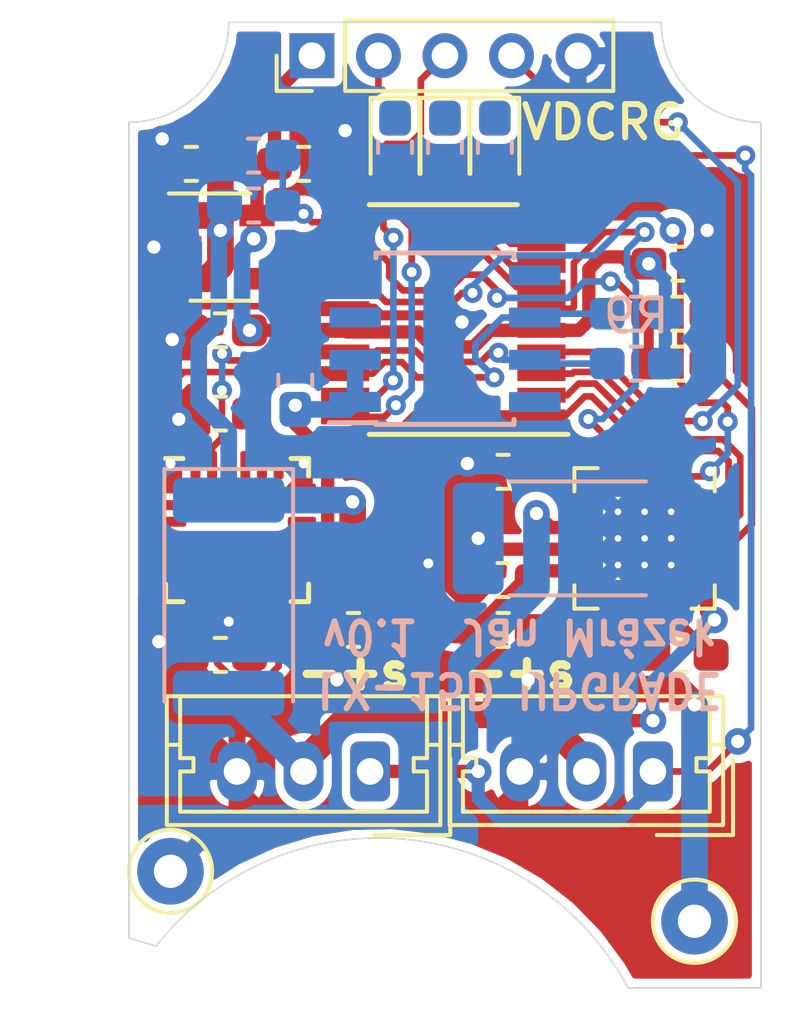
<source format=kicad_pcb>
(kicad_pcb (version 20171130) (host pcbnew 5.1.0-060a0da~80~ubuntu18.04.1)
  (layers (0 F.Cu signal) (31 B.Cu signal) (34 B.Paste user) (35 F.Paste user) (36 B.SilkS user) (37 F.SilkS user) (38 B.Mask user) (39 F.Mask user) (44 Edge.Cuts user))
  (net 0 "")
  (net 1 MODE1)
  (net 2 FAULT)
  (net 3 "Net-(R3-Pad2)")
  (net 4 "Net-(C2-Pad2)")
  (net 5 GND)
  (net 6 "Net-(C1-Pad1)")
  (net 7 "Net-(C1-Pad2)")
  (net 8 VCC)
  (net 9 "Net-(R2-Pad2)")
  (net 10 "Net-(R1-Pad1)")
  (net 11 ENABLE)
  (net 12 PWR)
  (net 13 PHASE)
  (net 14 "Net-(U2-Pad8)")
  (net 15 SCL)
  (net 16 "Net-(U2-Pad3)")
  (net 17 SDA)
  (net 18 "Net-(C8-Pad2)")
  (net 19 MPU-INT)
  (net 20 "Net-(C9-Pad1)")
  (net 21 "Net-(U3-Pad7)")
  (net 22 "Net-(U3-Pad6)")
  (net 23 SWCLK)
  (net 24 SWDIO)
  (net 25 +3V3)
  (net 26 CUR)
  (net 27 TX-RX)
  (net 28 BUS_VOLT)
  (net 29 RESET)
  (net 30 "Net-(D2-Pad2)")
  (net 31 "Net-(D2-Pad1)")
  (net 32 "Net-(D3-Pad2)")
  (net 33 "Net-(D3-Pad1)")
  (net 34 "Net-(D4-Pad2)")
  (net 35 "Net-(D4-Pad1)")
  (net 36 "Net-(D1-Pad2)")
  (net 37 "Net-(U2-Pad5)")
  (net 38 "Net-(U3-Pad11)")
  (net 39 /M+)
  (net 40 /M-)
  (module Capacitor_SMD:C_0603_1608Metric_Pad1.05x0.95mm_HandSolder (layer F.Cu) (at 143.25 99.75)
    (fp_text reference C11 hide)
    (fp_text value 100n)
    (pad 2 smd roundrect (at 0.875 0) (size 1.05 0.95) (layers F.Cu F.Paste F.Mask) (net 25 +3V3))
    (pad 1 smd roundrect (at -0.875 0) (size 1.05 0.95) (layers F.Cu F.Paste F.Mask) (net 5 GND))
  )
  (module Diode_SMD:D_2512_6332Metric (layer B.Cu) (at 143.5 107.75 270)
    (fp_text reference D1 hide)
    (fp_text value VS-30BQ015HM3)
    (pad 2 smd roundrect (at 2.9 0 270) (size 1.35 3.35) (layers B.Cu B.Paste B.Mask) (roundrect_rratio 0.185185) (net 36 "Net-(D1-Pad2)"))
    (pad 1 smd roundrect (at -2.9 0 270) (size 1.35 3.35) (layers B.Cu B.Paste B.Mask) (roundrect_rratio 0.185185) (net 8 VCC))
  )
  (module Package_TO_SOT_SMD:SOT-23-5 (layer F.Cu) (at 143.25 97.25)
    (fp_text reference U5 hide)
    (fp_text value AP7383-W5-3V3)
    (pad 5 smd rect (at 1.1 -0.95) (size 1.06 0.65) (layers F.Cu F.Paste F.Mask) (net 25 +3V3))
    (pad 4 smd rect (at 1.1 0.95) (size 1.06 0.65) (layers F.Cu F.Paste F.Mask))
    (pad 3 smd rect (at -1.1 0.95) (size 1.06 0.65) (layers F.Cu F.Paste F.Mask) (net 8 VCC))
    (pad 2 smd rect (at -1.1 0) (size 1.06 0.65) (layers F.Cu F.Paste F.Mask) (net 5 GND))
    (pad 1 smd rect (at -1.1 -0.95) (size 1.06 0.65) (layers F.Cu F.Paste F.Mask) (net 8 VCC))
  )
  (module Resistor_SMD:R_0603_1608Metric_Pad1.05x0.95mm_HandSolder (layer B.Cu) (at 155.75 99.25 180)
    (fp_text reference R10 hide)
    (fp_text value 3k3)
    (pad 2 smd roundrect (at 0.875 0 180) (size 1.05 0.95) (layers B.Cu B.Paste B.Mask) (net 17 SDA))
    (pad 1 smd roundrect (at -0.875 0 180) (size 1.05 0.95) (layers B.Cu B.Paste B.Mask) (net 25 +3V3))
  )
  (module Resistor_SMD:R_0603_1608Metric_Pad1.05x0.95mm_HandSolder (layer B.Cu) (at 155.75 100.75 180)
    (fp_text reference R9 (at 0 1.43 180) (layer B.SilkS) (effects (justify mirror)))
    (fp_text value 3k3)
    (pad 2 smd roundrect (at 0.875 0 180) (size 1.05 0.95) (layers B.Cu B.Paste B.Mask) (net 15 SCL))
    (pad 1 smd roundrect (at -0.875 0 180) (size 1.05 0.95) (layers B.Cu B.Paste B.Mask) (net 25 +3V3))
  )
  (module Resistor_SMD:R_0603_1608Metric_Pad1.05x0.95mm_HandSolder (layer B.Cu) (at 148.5 94.25 270)
    (fp_text reference R8 hide)
    (fp_text value 220R)
    (pad 2 smd roundrect (at 0.875 0 270) (size 1.05 0.95) (layers B.Cu B.Paste B.Mask) (net 5 GND))
    (pad 1 smd roundrect (at -0.875 0 270) (size 1.05 0.95) (layers B.Cu B.Paste B.Mask) (net 35 "Net-(D4-Pad1)"))
  )
  (module Resistor_SMD:R_0603_1608Metric_Pad1.05x0.95mm_HandSolder (layer B.Cu) (at 151.5 94.25 270)
    (fp_text reference R7 hide)
    (fp_text value 220R)
    (pad 2 smd roundrect (at 0.875 0 270) (size 1.05 0.95) (layers B.Cu B.Paste B.Mask) (net 5 GND))
    (pad 1 smd roundrect (at -0.875 0 270) (size 1.05 0.95) (layers B.Cu B.Paste B.Mask) (net 33 "Net-(D3-Pad1)"))
  )
  (module Resistor_SMD:R_0603_1608Metric_Pad1.05x0.95mm_HandSolder (layer B.Cu) (at 150 94.25 270)
    (fp_text reference R6 hide)
    (fp_text value 220R)
    (pad 2 smd roundrect (at 0.875 0 270) (size 1.05 0.95) (layers B.Cu B.Paste B.Mask) (net 5 GND))
    (pad 1 smd roundrect (at -0.875 0 270) (size 1.05 0.95) (layers B.Cu B.Paste B.Mask) (net 31 "Net-(D2-Pad1)"))
  )
  (module Resistor_SMD:R_0603_1608Metric_Pad1.05x0.95mm_HandSolder (layer B.Cu) (at 144.25 94.5 180)
    (fp_text reference R5 hide)
    (fp_text value 100k)
    (pad 2 smd roundrect (at 0.875 0 180) (size 1.05 0.95) (layers B.Cu B.Paste B.Mask) (net 5 GND))
    (pad 1 smd roundrect (at -0.875 0 180) (size 1.05 0.95) (layers B.Cu B.Paste B.Mask) (net 28 BUS_VOLT))
  )
  (module Resistor_SMD:R_0603_1608Metric_Pad1.05x0.95mm_HandSolder (layer B.Cu) (at 144.25 96)
    (fp_text reference R4 hide)
    (fp_text value 500k)
    (pad 2 smd roundrect (at 0.875 0) (size 1.05 0.95) (layers B.Cu B.Paste B.Mask) (net 28 BUS_VOLT))
    (pad 1 smd roundrect (at -0.875 0) (size 1.05 0.95) (layers B.Cu B.Paste B.Mask) (net 8 VCC))
  )
  (module Resistor_SMD:R_0603_1608Metric_Pad1.05x0.95mm_HandSolder (layer F.Cu) (at 157 100.75)
    (fp_text reference R3 hide)
    (fp_text value 100k)
    (pad 2 smd roundrect (at 0.875 0) (size 1.05 0.95) (layers F.Cu F.Paste F.Mask) (net 3 "Net-(R3-Pad2)"))
    (pad 1 smd roundrect (at -0.875 0) (size 1.05 0.95) (layers F.Cu F.Paste F.Mask) (net 26 CUR))
  )
  (module Resistor_SMD:R_2512_6332Metric_Pad1.52x3.35mm_HandSolder (layer B.Cu) (at 153.9875 106 180)
    (fp_text reference R2 hide)
    (fp_text value 100m)
    (pad 2 smd roundrect (at 2.9875 0 180) (size 1.525 3.35) (layers B.Cu B.Paste B.Mask) (roundrect_rratio 0.163934) (net 9 "Net-(R2-Pad2)"))
    (pad 1 smd roundrect (at -2.9875 0 180) (size 1.525 3.35) (layers B.Cu B.Paste B.Mask) (roundrect_rratio 0.163934) (net 5 GND))
  )
  (module Resistor_SMD:R_0603_1608Metric_Pad1.05x0.95mm_HandSolder (layer F.Cu) (at 151.75 104 180)
    (fp_text reference R1 hide)
    (fp_text value 100k)
    (pad 2 smd roundrect (at 0.875 0 180) (size 1.05 0.95) (layers F.Cu F.Paste F.Mask) (net 5 GND))
    (pad 1 smd roundrect (at -0.875 0 180) (size 1.05 0.95) (layers F.Cu F.Paste F.Mask) (net 10 "Net-(R1-Pad1)"))
  )
  (module Connector_PinHeader_2.00mm:PinHeader_1x05_P2.00mm_Vertical (layer F.Cu) (at 146 91.5 90)
    (fp_text reference J5 hide)
    (fp_text value SWD)
    (pad 5 thru_hole oval (at 0 8 90) (size 1.35 1.35) (drill 0.8) (layers *.Cu *.Mask) (net 5 GND))
    (pad 4 thru_hole oval (at 0 6 90) (size 1.35 1.35) (drill 0.8) (layers *.Cu *.Mask) (net 29 RESET))
    (pad 3 thru_hole oval (at 0 4 90) (size 1.35 1.35) (drill 0.8) (layers *.Cu *.Mask) (net 23 SWCLK))
    (pad 2 thru_hole oval (at 0 2 90) (size 1.35 1.35) (drill 0.8) (layers *.Cu *.Mask) (net 24 SWDIO))
    (pad 1 thru_hole rect (at 0 0 90) (size 1.35 1.35) (drill 0.8) (layers *.Cu *.Mask) (net 25 +3V3))
  )
  (module Connector_Molex:Molex_Micro-Latch_53253-0370_1x03_P2.00mm_Vertical (layer F.Cu) (at 147.75 113 180)
    (fp_text reference J4 hide)
    (fp_text value IN-2)
    (pad 1 thru_hole roundrect (at 0 0 180) (size 1.2 1.8) (drill 0.8) (layers *.Cu *.Mask) (roundrect_rratio 0.208333) (net 27 TX-RX))
    (pad 2 thru_hole oval (at 2 0 180) (size 1.2 1.8) (drill 0.8) (layers *.Cu *.Mask) (net 36 "Net-(D1-Pad2)"))
    (pad 3 thru_hole oval (at 4 0 180) (size 1.2 1.8) (drill 0.8) (layers *.Cu *.Mask) (net 5 GND))
  )
  (module Connector_Molex:Molex_Micro-Latch_53253-0370_1x03_P2.00mm_Vertical (layer F.Cu) (at 156.25 113 180)
    (fp_text reference J3 hide)
    (fp_text value IN-1)
    (pad 3 thru_hole oval (at 4 0 180) (size 1.2 1.8) (drill 0.8) (layers *.Cu *.Mask) (net 5 GND))
    (pad 2 thru_hole oval (at 2 0 180) (size 1.2 1.8) (drill 0.8) (layers *.Cu *.Mask) (net 36 "Net-(D1-Pad2)"))
    (pad 1 thru_hole roundrect (at 0 0 180) (size 1.2 1.8) (drill 0.8) (layers *.Cu *.Mask) (roundrect_rratio 0.208333) (net 27 TX-RX))
  )
  (module Connector_Pin:Pin_D1.0mm_L10.0mm (layer F.Cu) (at 157.5 117.5)
    (fp_text reference J2 hide)
    (fp_text value M-)
    (pad 1 thru_hole circle (at 0 0) (size 2 2) (drill 1) (layers *.Cu *.Mask) (net 40 /M-))
  )
  (module Connector_Pin:Pin_D1.0mm_L10.0mm (layer F.Cu) (at 141.75 116)
    (fp_text reference J1 hide)
    (fp_text value M+)
    (pad 1 thru_hole circle (at 0 0) (size 2 2) (drill 1) (layers *.Cu *.Mask) (net 39 /M+))
  )
  (module LED_SMD:LED_0603_1608Metric (layer F.Cu) (at 148.5 94.25 270)
    (fp_text reference D4 hide)
    (fp_text value BLUE)
    (pad 2 smd roundrect (at 0.7875 0 270) (size 0.875 0.95) (layers F.Cu F.Paste F.Mask) (net 34 "Net-(D4-Pad2)"))
    (pad 1 smd roundrect (at -0.7875 0 270) (size 0.875 0.95) (layers F.Cu F.Paste F.Mask) (net 35 "Net-(D4-Pad1)"))
  )
  (module LED_SMD:LED_0603_1608Metric (layer F.Cu) (at 151.5 94.25 270)
    (fp_text reference D3 hide)
    (fp_text value GREEN)
    (pad 2 smd roundrect (at 0.7875 0 270) (size 0.875 0.95) (layers F.Cu F.Paste F.Mask) (net 32 "Net-(D3-Pad2)"))
    (pad 1 smd roundrect (at -0.7875 0 270) (size 0.875 0.95) (layers F.Cu F.Paste F.Mask) (net 33 "Net-(D3-Pad1)"))
  )
  (module LED_SMD:LED_0603_1608Metric (layer F.Cu) (at 150 94.25 270)
    (fp_text reference D2 hide)
    (fp_text value RED)
    (pad 2 smd roundrect (at 0.7875 0 270) (size 0.875 0.95) (layers F.Cu F.Paste F.Mask) (net 30 "Net-(D2-Pad2)"))
    (pad 1 smd roundrect (at -0.7875 0 270) (size 0.875 0.95) (layers F.Cu F.Paste F.Mask) (net 31 "Net-(D2-Pad1)"))
  )
  (module Capacitor_SMD:C_0603_1608Metric_Pad1.05x0.95mm_HandSolder (layer F.Cu) (at 145.75 94.75)
    (fp_text reference C14 hide)
    (fp_text value 1u)
    (pad 2 smd roundrect (at 0.875 0) (size 1.05 0.95) (layers F.Cu F.Paste F.Mask) (net 5 GND))
    (pad 1 smd roundrect (at -0.875 0) (size 1.05 0.95) (layers F.Cu F.Paste F.Mask) (net 25 +3V3))
  )
  (module Capacitor_SMD:C_0603_1608Metric_Pad1.05x0.95mm_HandSolder (layer F.Cu) (at 142.375 94.75 180)
    (fp_text reference C13 hide)
    (fp_text value 1u)
    (pad 2 smd roundrect (at 0.875 0 180) (size 1.05 0.95) (layers F.Cu F.Paste F.Mask) (net 5 GND))
    (pad 1 smd roundrect (at -0.875 0 180) (size 1.05 0.95) (layers F.Cu F.Paste F.Mask) (net 8 VCC))
  )
  (module Capacitor_SMD:C_0603_1608Metric_Pad1.05x0.95mm_HandSolder (layer F.Cu) (at 157 97.75 180)
    (fp_text reference C10 hide)
    (fp_text value 470n)
    (pad 2 smd roundrect (at 0.875 0 180) (size 1.05 0.95) (layers F.Cu F.Paste F.Mask) (net 25 +3V3))
    (pad 1 smd roundrect (at -0.875 0 180) (size 1.05 0.95) (layers F.Cu F.Paste F.Mask) (net 5 GND))
  )
  (module Capacitor_SMD:C_0603_1608Metric_Pad1.05x0.95mm_HandSolder (layer F.Cu) (at 143.25 109.5 180)
    (fp_text reference C9 hide)
    (fp_text value 100n)
    (pad 2 smd roundrect (at 0.875 0 180) (size 1.05 0.95) (layers F.Cu F.Paste F.Mask) (net 5 GND))
    (pad 1 smd roundrect (at -0.875 0 180) (size 1.05 0.95) (layers F.Cu F.Paste F.Mask) (net 20 "Net-(C9-Pad1)"))
  )
  (module Capacitor_SMD:C_0603_1608Metric_Pad1.05x0.95mm_HandSolder (layer F.Cu) (at 143.25 102.25)
    (fp_text reference C8 hide)
    (fp_text value 2n2)
    (pad 1 smd roundrect (at -0.875 0) (size 1.05 0.95) (layers F.Cu F.Paste F.Mask) (net 5 GND))
    (pad 2 smd roundrect (at 0.875 0) (size 1.05 0.95) (layers F.Cu F.Paste F.Mask) (net 18 "Net-(C8-Pad2)"))
  )
  (module Capacitor_SMD:C_0603_1608Metric_Pad1.05x0.95mm_HandSolder (layer F.Cu) (at 157 99.25)
    (fp_text reference C7 hide)
    (fp_text value 1n)
    (pad 2 smd roundrect (at 0.875 0) (size 1.05 0.95) (layers F.Cu F.Paste F.Mask) (net 5 GND))
    (pad 1 smd roundrect (at -0.875 0) (size 1.05 0.95) (layers F.Cu F.Paste F.Mask) (net 26 CUR))
  )
  (module Capacitor_SMD:C_0603_1608Metric_Pad1.05x0.95mm_HandSolder (layer F.Cu) (at 147.25 108.75 180)
    (fp_text reference C6 hide)
    (fp_text value 470n)
    (pad 2 smd roundrect (at 0.875 0 180) (size 1.05 0.95) (layers F.Cu F.Paste F.Mask) (net 12 PWR))
    (pad 1 smd roundrect (at -0.875 0 180) (size 1.05 0.95) (layers F.Cu F.Paste F.Mask) (net 5 GND))
  )
  (module Capacitor_SMD:C_0603_1608Metric_Pad1.05x0.95mm_HandSolder (layer B.Cu) (at 145.5 101.25 270)
    (fp_text reference C4 hide)
    (fp_text value 470n)
    (pad 2 smd roundrect (at 0.875 0 270) (size 1.05 0.95) (layers B.Cu B.Paste B.Mask) (net 12 PWR))
    (pad 1 smd roundrect (at -0.875 0 270) (size 1.05 0.95) (layers B.Cu B.Paste B.Mask) (net 5 GND))
  )
  (module Capacitor_SMD:C_0603_1608Metric_Pad1.05x0.95mm_HandSolder (layer F.Cu) (at 151.75 107.25)
    (fp_text reference C3 hide)
    (fp_text value "470n 16V")
    (pad 2 smd roundrect (at 0.875 0) (size 1.05 0.95) (layers F.Cu F.Paste F.Mask) (net 8 VCC))
    (pad 1 smd roundrect (at -0.875 0) (size 1.05 0.95) (layers F.Cu F.Paste F.Mask) (net 5 GND))
  )
  (module Capacitor_SMD:C_0603_1608Metric_Pad1.05x0.95mm_HandSolder (layer F.Cu) (at 151.75 108.75)
    (fp_text reference C2 hide)
    (fp_text value "100n 16V")
    (pad 2 smd roundrect (at 0.875 0) (size 1.05 0.95) (layers F.Cu F.Paste F.Mask) (net 4 "Net-(C2-Pad2)"))
    (pad 1 smd roundrect (at -0.875 0) (size 1.05 0.95) (layers F.Cu F.Paste F.Mask) (net 8 VCC))
  )
  (module Capacitor_SMD:C_0603_1608Metric_Pad1.05x0.95mm_HandSolder (layer F.Cu) (at 157.125 109.5 180)
    (fp_text reference C1 hide)
    (fp_text value "100n 16V")
    (pad 2 smd roundrect (at 0.875 0 180) (size 1.05 0.95) (layers F.Cu F.Paste F.Mask) (net 7 "Net-(C1-Pad2)"))
    (pad 1 smd roundrect (at -0.875 0 180) (size 1.05 0.95) (layers F.Cu F.Paste F.Mask) (net 6 "Net-(C1-Pad1)"))
  )
  (module Package_SO:TSSOP-20_4.4x6.5mm_P0.65mm (layer F.Cu) (at 149.95 99.425 180)
    (fp_text reference U4 hide)
    (fp_text value STM32L011F4Px)
    (pad 20 smd rect (at 2.95 -2.925 180) (size 1.45 0.45) (layers F.Cu F.Paste F.Mask) (net 23 SWCLK))
    (pad 19 smd rect (at 2.95 -2.275 180) (size 1.45 0.45) (layers F.Cu F.Paste F.Mask) (net 24 SWDIO))
    (pad 18 smd rect (at 2.95 -1.625 180) (size 1.45 0.45) (layers F.Cu F.Paste F.Mask) (net 17 SDA))
    (pad 17 smd rect (at 2.95 -0.975 180) (size 1.45 0.45) (layers F.Cu F.Paste F.Mask) (net 15 SCL))
    (pad 16 smd rect (at 2.95 -0.325 180) (size 1.45 0.45) (layers F.Cu F.Paste F.Mask) (net 25 +3V3))
    (pad 15 smd rect (at 2.95 0.325 180) (size 1.45 0.45) (layers F.Cu F.Paste F.Mask) (net 5 GND))
    (pad 14 smd rect (at 2.95 0.975 180) (size 1.45 0.45) (layers F.Cu F.Paste F.Mask) (net 19 MPU-INT))
    (pad 13 smd rect (at 2.95 1.625 180) (size 1.45 0.45) (layers F.Cu F.Paste F.Mask) (net 13 PHASE))
    (pad 12 smd rect (at 2.95 2.275 180) (size 1.45 0.45) (layers F.Cu F.Paste F.Mask) (net 26 CUR))
    (pad 11 smd rect (at 2.95 2.925 180) (size 1.45 0.45) (layers F.Cu F.Paste F.Mask) (net 28 BUS_VOLT))
    (pad 10 smd rect (at -2.95 2.925 180) (size 1.45 0.45) (layers F.Cu F.Paste F.Mask) (net 27 TX-RX))
    (pad 9 smd rect (at -2.95 2.275 180) (size 1.45 0.45) (layers F.Cu F.Paste F.Mask) (net 32 "Net-(D3-Pad2)"))
    (pad 8 smd rect (at -2.95 1.625 180) (size 1.45 0.45) (layers F.Cu F.Paste F.Mask) (net 30 "Net-(D2-Pad2)"))
    (pad 7 smd rect (at -2.95 0.975 180) (size 1.45 0.45) (layers F.Cu F.Paste F.Mask) (net 34 "Net-(D4-Pad2)"))
    (pad 6 smd rect (at -2.95 0.325 180) (size 1.45 0.45) (layers F.Cu F.Paste F.Mask) (net 11 ENABLE))
    (pad 5 smd rect (at -2.95 -0.325 180) (size 1.45 0.45) (layers F.Cu F.Paste F.Mask) (net 25 +3V3))
    (pad 4 smd rect (at -2.95 -0.975 180) (size 1.45 0.45) (layers F.Cu F.Paste F.Mask) (net 29 RESET))
    (pad 3 smd rect (at -2.95 -1.625 180) (size 1.45 0.45) (layers F.Cu F.Paste F.Mask) (net 2 FAULT))
    (pad 2 smd rect (at -2.95 -2.275 180) (size 1.45 0.45) (layers F.Cu F.Paste F.Mask) (net 1 MODE1))
    (pad 1 smd rect (at -2.95 -2.925 180) (size 1.45 0.45) (layers F.Cu F.Paste F.Mask) (net 12 PWR))
  )
  (module Sensor_Motion:InvenSense_QFN-24_4x4mm_P0.5mm (layer F.Cu) (at 143.75 105.75)
    (fp_text reference U3 hide)
    (fp_text value MPU-6050)
    (pad 24 smd roundrect (at -1.25 -1.95 90) (size 0.85 0.3) (layers F.Cu F.Paste F.Mask) (net 17 SDA))
    (pad 23 smd roundrect (at -0.75 -1.95 90) (size 0.85 0.3) (layers F.Cu F.Paste F.Mask) (net 15 SCL))
    (pad 22 smd roundrect (at -0.25 -1.95 90) (size 0.85 0.3) (layers F.Cu F.Paste F.Mask))
    (pad 21 smd roundrect (at 0.25 -1.95 90) (size 0.85 0.3) (layers F.Cu F.Paste F.Mask))
    (pad 20 smd roundrect (at 0.75 -1.95 90) (size 0.85 0.3) (layers F.Cu F.Paste F.Mask) (net 18 "Net-(C8-Pad2)"))
    (pad 19 smd roundrect (at 1.25 -1.95 90) (size 0.85 0.3) (layers F.Cu F.Paste F.Mask))
    (pad 18 smd roundrect (at 1.95 -1.25) (size 0.85 0.3) (layers F.Cu F.Paste F.Mask) (net 5 GND))
    (pad 17 smd roundrect (at 1.95 -0.75) (size 0.85 0.3) (layers F.Cu F.Paste F.Mask))
    (pad 16 smd roundrect (at 1.95 -0.25) (size 0.85 0.3) (layers F.Cu F.Paste F.Mask))
    (pad 15 smd roundrect (at 1.95 0.25) (size 0.85 0.3) (layers F.Cu F.Paste F.Mask))
    (pad 14 smd roundrect (at 1.95 0.75) (size 0.85 0.3) (layers F.Cu F.Paste F.Mask))
    (pad 13 smd roundrect (at 1.95 1.25) (size 0.85 0.3) (layers F.Cu F.Paste F.Mask) (net 12 PWR))
    (pad 12 smd roundrect (at 1.25 1.95 90) (size 0.85 0.3) (layers F.Cu F.Paste F.Mask) (net 19 MPU-INT))
    (pad 11 smd roundrect (at 0.75 1.95 90) (size 0.85 0.3) (layers F.Cu F.Paste F.Mask) (net 38 "Net-(U3-Pad11)"))
    (pad 10 smd roundrect (at 0.25 1.95 90) (size 0.85 0.3) (layers F.Cu F.Paste F.Mask) (net 20 "Net-(C9-Pad1)"))
    (pad 9 smd roundrect (at -0.25 1.95 90) (size 0.85 0.3) (layers F.Cu F.Paste F.Mask) (net 5 GND))
    (pad 8 smd roundrect (at -0.75 1.95 90) (size 0.85 0.3) (layers F.Cu F.Paste F.Mask) (net 12 PWR))
    (pad 7 smd roundrect (at -1.25 1.95 90) (size 0.85 0.3) (layers F.Cu F.Paste F.Mask) (net 21 "Net-(U3-Pad7)"))
    (pad 6 smd roundrect (at -1.95 1.25) (size 0.85 0.3) (layers F.Cu F.Paste F.Mask) (net 22 "Net-(U3-Pad6)"))
    (pad 5 smd roundrect (at -1.95 0.75) (size 0.85 0.3) (layers F.Cu F.Paste F.Mask))
    (pad 4 smd roundrect (at -1.95 0.25) (size 0.85 0.3) (layers F.Cu F.Paste F.Mask))
    (pad 3 smd roundrect (at -1.95 -0.25) (size 0.85 0.3) (layers F.Cu F.Paste F.Mask))
    (pad 2 smd roundrect (at -1.95 -0.75) (size 0.85 0.3) (layers F.Cu F.Paste F.Mask))
    (pad 1 smd roundrect (at -1.95 -1.25) (size 0.85 0.3) (layers F.Cu F.Paste F.Mask) (net 5 GND))
  )
  (module Package_SO:SOIC-8_3.9x4.9mm_P1.27mm (layer B.Cu) (at 150 100)
    (fp_text reference U2 hide)
    (fp_text value AS5600)
    (pad 8 smd rect (at 2.7 1.905) (size 1.55 0.6) (layers B.Cu B.Paste B.Mask) (net 14 "Net-(U2-Pad8)"))
    (pad 7 smd rect (at 2.7 0.635) (size 1.55 0.6) (layers B.Cu B.Paste B.Mask) (net 15 SCL))
    (pad 6 smd rect (at 2.7 -0.635) (size 1.55 0.6) (layers B.Cu B.Paste B.Mask) (net 17 SDA))
    (pad 5 smd rect (at 2.7 -1.905) (size 1.55 0.6) (layers B.Cu B.Paste B.Mask) (net 37 "Net-(U2-Pad5)"))
    (pad 4 smd rect (at -2.7 -1.905) (size 1.55 0.6) (layers B.Cu B.Paste B.Mask) (net 5 GND))
    (pad 3 smd rect (at -2.7 -0.635) (size 1.55 0.6) (layers B.Cu B.Paste B.Mask) (net 16 "Net-(U2-Pad3)"))
    (pad 2 smd rect (at -2.7 0.635) (size 1.55 0.6) (layers B.Cu B.Paste B.Mask) (net 12 PWR))
    (pad 1 smd rect (at -2.7 1.905) (size 1.55 0.6) (layers B.Cu B.Paste B.Mask) (net 12 PWR))
  )
  (module Package_DFN_QFN:Texas_S-PWQFN-N16_EP2.1x2.1mm_ThermalVias (layer F.Cu) (at 156 106 270)
    (fp_text reference U1 hide)
    (fp_text value DRV8801A-Q1)
    (pad 16 smd roundrect (at -0.975 -1.8625 270) (size 0.35 1.025) (layers F.Cu F.Paste F.Mask) (net 1 MODE1))
    (pad 15 smd roundrect (at -0.325 -1.8625 270) (size 0.35 1.025) (layers F.Cu F.Paste F.Mask) (net 2 FAULT))
    (pad 14 smd roundrect (at 0.325 -1.8625 270) (size 0.35 1.025) (layers F.Cu F.Paste F.Mask) (net 3 "Net-(R3-Pad2)"))
    (pad 13 smd roundrect (at 0.975 -1.8625 270) (size 0.35 1.025) (layers F.Cu F.Paste F.Mask) (net 4 "Net-(C2-Pad2)"))
    (pad 12 smd roundrect (at 1.8625 -0.975 270) (size 1.025 0.35) (layers F.Cu F.Paste F.Mask) (net 5 GND))
    (pad 11 smd roundrect (at 1.8625 -0.325 270) (size 1.025 0.35) (layers F.Cu F.Paste F.Mask) (net 6 "Net-(C1-Pad1)"))
    (pad 10 smd roundrect (at 1.8625 0.325 270) (size 1.025 0.35) (layers F.Cu F.Paste F.Mask) (net 7 "Net-(C1-Pad2)"))
    (pad 9 smd roundrect (at 1.8625 0.975 270) (size 1.025 0.35) (layers F.Cu F.Paste F.Mask) (net 40 /M-))
    (pad 8 smd roundrect (at 0.975 1.8625 270) (size 0.35 1.025) (layers F.Cu F.Paste F.Mask) (net 8 VCC))
    (pad 7 smd roundrect (at 0.325 1.8625 270) (size 0.35 1.025) (layers F.Cu F.Paste F.Mask) (net 9 "Net-(R2-Pad2)"))
    (pad 6 smd roundrect (at -0.325 1.8625 270) (size 0.35 1.025) (layers F.Cu F.Paste F.Mask) (net 39 /M+))
    (pad 5 smd roundrect (at -0.975 1.8625 270) (size 0.35 1.025) (layers F.Cu F.Paste F.Mask) (net 10 "Net-(R1-Pad1)"))
    (pad 4 smd roundrect (at -1.8625 0.975 270) (size 1.025 0.35) (layers F.Cu F.Paste F.Mask) (net 11 ENABLE))
    (pad 3 smd roundrect (at -1.8625 0.325 270) (size 1.025 0.35) (layers F.Cu F.Paste F.Mask) (net 12 PWR))
    (pad 2 smd roundrect (at -1.8625 -0.325 270) (size 1.025 0.35) (layers F.Cu F.Paste F.Mask) (net 5 GND))
    (pad 1 smd roundrect (at -1.8625 -0.975 270) (size 1.025 0.35) (layers F.Cu F.Paste F.Mask) (net 13 PHASE))
    (pad 17 smd roundrect (at 0 0 270) (size 2.1 2.1) (layers B.Cu) (roundrect_rratio 0.119048) (net 5 GND))
    (pad 17 thru_hole circle (at 0.8 0.8 270) (size 0.5 0.5) (drill 0.2) (layers *.Cu) (net 5 GND))
    (pad 17 thru_hole circle (at 0 0.8 270) (size 0.5 0.5) (drill 0.2) (layers *.Cu) (net 5 GND))
    (pad 17 thru_hole circle (at -0.8 0.8 270) (size 0.5 0.5) (drill 0.2) (layers *.Cu) (net 5 GND))
    (pad 17 thru_hole circle (at 0.8 0 270) (size 0.5 0.5) (drill 0.2) (layers *.Cu) (net 5 GND))
    (pad 17 thru_hole circle (at 0 0 270) (size 0.5 0.5) (drill 0.2) (layers *.Cu) (net 5 GND))
    (pad 17 thru_hole circle (at -0.8 0 270) (size 0.5 0.5) (drill 0.2) (layers *.Cu) (net 5 GND))
    (pad 17 thru_hole circle (at 0.8 -0.8 270) (size 0.5 0.5) (drill 0.2) (layers *.Cu) (net 5 GND))
    (pad 17 thru_hole circle (at 0 -0.8 270) (size 0.5 0.5) (drill 0.2) (layers *.Cu) (net 5 GND))
    (pad 17 thru_hole circle (at -0.8 -0.8 270) (size 0.5 0.5) (drill 0.2) (layers *.Cu) (net 5 GND))
    (pad 17 smd roundrect (at 0 0 270) (size 2.1 2.1) (layers F.Cu F.Mask) (roundrect_rratio 0.119048) (net 5 GND))
  )
  (gr_text VDCRG (at 154.75 93.5) (layer F.SilkS) (effects (font (size 1 1) (thickness 0.18))))
  (gr_text "LX-15D UPGRADE\nv0.1  Jan Mrázek" (at 152.25 109.75 180) (layer B.SilkS) (effects (font (size 1 0.9) (thickness 0.18)) (justify mirror)))
  (gr_text -+s (at 152.25 110) (layer F.SilkS) (effects (font (size 1 1) (thickness 0.25))))
  (gr_text -+s (at 147.25 110) (layer F.SilkS) (effects (font (size 1 1) (thickness 0.25))))
  (gr_arc (start 140.5 90.5) (end 140.5 93.5) (angle -90) (layer Edge.Cuts) (width 0.05))
  (gr_arc (start 159.5 90.5) (end 156.5 90.5) (angle -90) (layer Edge.Cuts) (width 0.05))
  (gr_line (start 140.5 118) (end 141.316294 118.248517) (layer Edge.Cuts) (width 0.05))
  (gr_line (start 140.5 93.5) (end 140.5 118) (layer Edge.Cuts) (width 0.05))
  (gr_arc (start 148 123.5) (end 155.5 119.5) (angle -113.770288) (layer Edge.Cuts) (width 0.05))
  (gr_line (start 159.5 119.5) (end 155.5 119.5) (layer Edge.Cuts) (width 0.05))
  (gr_line (start 159.5 93.5) (end 159.5 119.5) (layer Edge.Cuts) (width 0.05))
  (gr_line (start 143.5 90.5) (end 156.5 90.5) (layer Edge.Cuts) (width 0.05))
  (segment (start 153.669988 101.7) (end 152.9 101.7) (width 0.2) (layer F.Cu) (net 1))
  (segment (start 154.020002 101.349988) (end 153.669988 101.7) (width 0.2) (layer F.Cu) (net 1))
  (segment (start 154.520564 101.349988) (end 154.020002 101.349988) (width 0.2) (layer F.Cu) (net 1))
  (segment (start 156.545565 103.374989) (end 154.520564 101.349988) (width 0.2) (layer F.Cu) (net 1))
  (segment (start 158.524968 103.686035) (end 158.213922 103.374989) (width 0.2) (layer F.Cu) (net 1))
  (segment (start 158.524968 104.362532) (end 158.524968 103.686035) (width 0.2) (layer F.Cu) (net 1))
  (segment (start 158.213922 103.374989) (end 156.545565 103.374989) (width 0.2) (layer F.Cu) (net 1))
  (segment (start 157.8625 105.025) (end 158.524968 104.362532) (width 0.2) (layer F.Cu) (net 1))
  (segment (start 153.875023 100.999977) (end 153.825 101.05) (width 0.2) (layer F.Cu) (net 2))
  (segment (start 157.8625 105.675) (end 158.475 105.675) (width 0.2) (layer F.Cu) (net 2))
  (segment (start 158.874979 105.275021) (end 158.874979 103.541056) (width 0.2) (layer F.Cu) (net 2))
  (segment (start 153.825 101.05) (end 152.9 101.05) (width 0.2) (layer F.Cu) (net 2))
  (segment (start 158.874979 103.541056) (end 158.358901 103.024978) (width 0.2) (layer F.Cu) (net 2))
  (segment (start 158.475 105.675) (end 158.874979 105.275021) (width 0.2) (layer F.Cu) (net 2))
  (segment (start 158.358901 103.024978) (end 156.690544 103.024978) (width 0.2) (layer F.Cu) (net 2))
  (segment (start 154.665543 100.999977) (end 153.875023 100.999977) (width 0.2) (layer F.Cu) (net 2))
  (segment (start 156.690544 103.024978) (end 154.665543 100.999977) (width 0.2) (layer F.Cu) (net 2))
  (segment (start 159.22499 105.57501) (end 159.22499 102.09999) (width 0.2) (layer F.Cu) (net 3))
  (segment (start 157.8625 106.325) (end 158.475 106.325) (width 0.2) (layer F.Cu) (net 3))
  (segment (start 159.22499 102.09999) (end 158.374072 101.249072) (width 0.2) (layer F.Cu) (net 3))
  (segment (start 158.475 106.325) (end 159.22499 105.57501) (width 0.2) (layer F.Cu) (net 3))
  (segment (start 158.374072 101.249072) (end 157.875 100.75) (width 0.2) (layer F.Cu) (net 3))
  (segment (start 157.8625 108.210903) (end 158.09999 108.448393) (width 0.4) (layer F.Cu) (net 4))
  (via (at 158.09999 108.448393) (size 0.8) (drill 0.4) (layers F.Cu B.Cu) (net 4))
  (segment (start 157.8625 106.975) (end 157.8625 108.210903) (width 0.4) (layer F.Cu) (net 4))
  (via (at 156.250105 111.475021) (size 0.8) (drill 0.4) (layers F.Cu B.Cu) (net 4))
  (segment (start 156.250105 110.298278) (end 156.250105 110.909336) (width 0.4) (layer B.Cu) (net 4))
  (segment (start 156.250105 110.909336) (end 156.250105 111.475021) (width 0.4) (layer B.Cu) (net 4))
  (segment (start 158.09999 108.448393) (end 156.250105 110.298278) (width 0.4) (layer B.Cu) (net 4))
  (segment (start 155.68442 111.475021) (end 156.250105 111.475021) (width 0.4) (layer F.Cu) (net 4))
  (segment (start 155.350021 111.475021) (end 155.68442 111.475021) (width 0.4) (layer F.Cu) (net 4))
  (segment (start 152.625 108.75) (end 155.350021 111.475021) (width 0.4) (layer F.Cu) (net 4))
  (segment (start 152.25 113.503448) (end 152.25 113) (width 0.5) (layer F.Cu) (net 5))
  (segment (start 151.353448 114.4) (end 152.25 113.503448) (width 0.5) (layer F.Cu) (net 5))
  (segment (start 144.65 114.4) (end 151.353448 114.4) (width 0.5) (layer F.Cu) (net 5))
  (segment (start 143.75 113) (end 143.75 113.5) (width 0.5) (layer F.Cu) (net 5))
  (segment (start 143.75 113.5) (end 144.65 114.4) (width 0.5) (layer F.Cu) (net 5))
  (segment (start 156.975 106.975) (end 156 106) (width 0.4) (layer F.Cu) (net 5))
  (segment (start 156.975 107.8625) (end 156.975 106.975) (width 0.4) (layer F.Cu) (net 5))
  (segment (start 156.325 105.675) (end 156 106) (width 0.4) (layer F.Cu) (net 5))
  (segment (start 156.325 104.1375) (end 156.325 105.675) (width 0.4) (layer F.Cu) (net 5))
  (via (at 146.75 110.25) (size 0.8) (drill 0.4) (layers F.Cu B.Cu) (net 5))
  (segment (start 143.75 113) (end 146.5 110.25) (width 0.8) (layer F.Cu) (net 5))
  (segment (start 146.5 110.25) (end 146.75 110.25) (width 0.8) (layer F.Cu) (net 5))
  (segment (start 156 106) (end 156 105.2) (width 0.2) (layer B.Cu) (net 5))
  (segment (start 156 106) (end 155.2 105.2) (width 0.2) (layer B.Cu) (net 5))
  (segment (start 156 106) (end 156.975 106) (width 0.2) (layer B.Cu) (net 5))
  (segment (start 156.8 106.8) (end 156 106) (width 0.2) (layer B.Cu) (net 5))
  (segment (start 156 106.8) (end 155.2 106.8) (width 0.2) (layer B.Cu) (net 5))
  (segment (start 156 106) (end 156 103) (width 0.8) (layer B.Cu) (net 5))
  (segment (start 152.25 112.7) (end 152.25 113) (width 0.8) (layer B.Cu) (net 5))
  (segment (start 156 108.95) (end 152.25 112.7) (width 0.8) (layer B.Cu) (net 5))
  (segment (start 156 106) (end 156 108.95) (width 0.8) (layer B.Cu) (net 5))
  (via (at 152.5 110.25) (size 0.8) (drill 0.4) (layers F.Cu B.Cu) (net 5))
  (segment (start 146.75 110.25) (end 152.5 110.25) (width 0.8) (layer F.Cu) (net 5))
  (via (at 141.25 97.25) (size 0.8) (drill 0.4) (layers F.Cu B.Cu) (net 5))
  (segment (start 142.15 97.25) (end 141.25 97.25) (width 0.8) (layer F.Cu) (net 5))
  (segment (start 141.25 97.25) (end 141.5 97.5) (width 0.8) (layer B.Cu) (net 5))
  (via (at 141.5 94) (size 0.8) (drill 0.4) (layers F.Cu B.Cu) (net 5))
  (segment (start 141.5 94.75) (end 141.5 94) (width 0.8) (layer F.Cu) (net 5))
  (via (at 147 93.75) (size 0.8) (drill 0.4) (layers F.Cu B.Cu) (net 5))
  (segment (start 146.625 94.75) (end 146.625 94.125) (width 0.8) (layer F.Cu) (net 5))
  (segment (start 146.625 94.125) (end 147 93.75) (width 0.8) (layer F.Cu) (net 5))
  (segment (start 157.875 97.75) (end 157.875 99.25) (width 0.4) (layer F.Cu) (net 5))
  (segment (start 150.875 103.95001) (end 150.675 103.75001) (width 0.2) (layer F.Cu) (net 5))
  (via (at 150.675 103.75001) (size 0.8) (drill 0.4) (layers F.Cu B.Cu) (net 5))
  (segment (start 150.875 104) (end 150.875 103.95001) (width 0.2) (layer F.Cu) (net 5))
  (via (at 157.880379 96.747357) (size 0.8) (drill 0.4) (layers F.Cu B.Cu) (net 5))
  (segment (start 157.875 96.752736) (end 157.880379 96.747357) (width 0.4) (layer F.Cu) (net 5))
  (segment (start 157.875 97.75) (end 157.875 96.752736) (width 0.4) (layer F.Cu) (net 5))
  (segment (start 156.325 108.475) (end 156.325 107.8625) (width 0.3) (layer F.Cu) (net 6))
  (segment (start 156.57499 108.72499) (end 156.325 108.475) (width 0.3) (layer F.Cu) (net 6))
  (segment (start 157.22499 108.72499) (end 156.57499 108.72499) (width 0.3) (layer F.Cu) (net 6))
  (segment (start 158 109.5) (end 157.22499 108.72499) (width 0.3) (layer F.Cu) (net 6))
  (via (at 157.5 111.00002) (size 0.8) (drill 0.4) (layers F.Cu B.Cu) (net 40))
  (segment (start 157.5 117.5) (end 157.5 111.00002) (width 0.8) (layer B.Cu) (net 40))
  (segment (start 157.100001 110.600021) (end 157.5 111.00002) (width 0.8) (layer F.Cu) (net 40))
  (segment (start 155.025 107.8625) (end 155.025 109.630866) (width 0.4) (layer F.Cu) (net 40))
  (segment (start 156.999979 110.499999) (end 157.100001 110.600021) (width 0.4) (layer F.Cu) (net 40))
  (segment (start 152.9 106.975) (end 152.625 107.25) (width 0.4) (layer F.Cu) (net 8))
  (segment (start 154.1375 106.975) (end 152.9 106.975) (width 0.4) (layer F.Cu) (net 8))
  (segment (start 152.375 107.25) (end 150.875 108.75) (width 0.4) (layer F.Cu) (net 8))
  (segment (start 152.625 107.25) (end 152.375 107.25) (width 0.4) (layer F.Cu) (net 8))
  (segment (start 143.25 95.325) (end 143.25 94.75) (width 0.8) (layer F.Cu) (net 8))
  (segment (start 143.2 96.3) (end 143.25 96.25) (width 0.8) (layer F.Cu) (net 8))
  (segment (start 142.15 96.3) (end 143.2 96.3) (width 0.8) (layer F.Cu) (net 8))
  (segment (start 143.25 96.25) (end 143.25 95.325) (width 0.8) (layer F.Cu) (net 8))
  (via (at 143.25 96.750032) (size 0.8) (drill 0.4) (layers F.Cu B.Cu) (net 8))
  (segment (start 143.25 96.25) (end 143.25 96.750032) (width 0.8) (layer F.Cu) (net 8))
  (segment (start 142.15 98.2) (end 142.865725 98.2) (width 0.8) (layer F.Cu) (net 8))
  (segment (start 142.865725 98.2) (end 143.25 97.815725) (width 0.8) (layer F.Cu) (net 8))
  (segment (start 143.25 97.315717) (end 143.25 96.750032) (width 0.8) (layer F.Cu) (net 8))
  (segment (start 143.25 97.815725) (end 143.25 97.315717) (width 0.8) (layer F.Cu) (net 8))
  (via (at 151 106) (size 0.8) (drill 0.4) (layers F.Cu B.Cu) (net 9))
  (segment (start 154.1375 106.325) (end 151.325 106.325) (width 0.4) (layer F.Cu) (net 9))
  (segment (start 151.325 106.325) (end 151 106) (width 0.4) (layer F.Cu) (net 9))
  (via (at 152.75 105.25) (size 0.8) (drill 0.4) (layers F.Cu B.Cu) (net 39))
  (segment (start 153.175 105.675) (end 154.1375 105.675) (width 0.4) (layer F.Cu) (net 39))
  (segment (start 152.75 105.25) (end 153.175 105.675) (width 0.4) (layer F.Cu) (net 39))
  (segment (start 152.75 105.815685) (end 152.75 105.25) (width 0.8) (layer B.Cu) (net 39))
  (segment (start 152.75 107.5) (end 152.75 105.815685) (width 0.8) (layer B.Cu) (net 39))
  (segment (start 150.5 111.75) (end 150.5 109.75) (width 0.8) (layer B.Cu) (net 39))
  (segment (start 150.5 109.75) (end 152.75 107.5) (width 0.8) (layer B.Cu) (net 39))
  (segment (start 149.5 112.75) (end 150.5 111.75) (width 0.8) (layer B.Cu) (net 39))
  (segment (start 153.1125 104) (end 154.1375 105.025) (width 0.3) (layer F.Cu) (net 10))
  (segment (start 152.625 104) (end 153.1125 104) (width 0.3) (layer F.Cu) (net 10))
  (segment (start 143 107.175) (end 143 107.7) (width 0.2) (layer F.Cu) (net 12))
  (segment (start 143.175 107) (end 143 107.175) (width 0.2) (layer F.Cu) (net 12))
  (segment (start 145.7 107) (end 143.175 107) (width 0.2) (layer F.Cu) (net 12))
  (segment (start 147.08 102.125) (end 147.3 101.905) (width 0.5) (layer B.Cu) (net 12))
  (segment (start 145.5 102.125) (end 147.08 102.125) (width 0.5) (layer B.Cu) (net 12))
  (segment (start 147.3 100.635) (end 147.3 101.905) (width 0.5) (layer B.Cu) (net 12))
  (segment (start 152.815 100.75) (end 152.7 100.635) (width 0.2) (layer B.Cu) (net 15))
  (segment (start 154.875 100.75) (end 152.815 100.75) (width 0.2) (layer B.Cu) (net 15))
  (segment (start 152.815 99.25) (end 152.7 99.365) (width 0.2) (layer B.Cu) (net 17))
  (segment (start 154.875 99.25) (end 152.815 99.25) (width 0.2) (layer B.Cu) (net 17))
  (segment (start 144.5 102.625) (end 144.125 102.25) (width 0.2) (layer F.Cu) (net 18))
  (segment (start 144.5 103.8) (end 144.5 102.625) (width 0.2) (layer F.Cu) (net 18))
  (segment (start 156.625 99.25) (end 156.625 100.75) (width 0.4) (layer B.Cu) (net 25))
  (segment (start 156.125 100.75) (end 156.125 99.25) (width 0.3) (layer F.Cu) (net 26))
  (via (at 151 113) (size 0.8) (drill 0.4) (layers F.Cu B.Cu) (net 27))
  (segment (start 147.75 113) (end 151 113) (width 0.4) (layer F.Cu) (net 27))
  (segment (start 145.125 96) (end 145.125 94.5) (width 0.2) (layer B.Cu) (net 28))
  (via (at 145.75 96.25) (size 0.6) (drill 0.3) (layers F.Cu B.Cu) (net 28))
  (segment (start 147 96.5) (end 146 96.5) (width 0.2) (layer F.Cu) (net 28))
  (segment (start 146 96.5) (end 145.75 96.25) (width 0.2) (layer F.Cu) (net 28))
  (segment (start 145.375 96.25) (end 145.125 96) (width 0.2) (layer B.Cu) (net 28))
  (segment (start 145.75 96.25) (end 145.375 96.25) (width 0.2) (layer B.Cu) (net 28))
  (segment (start 150 95.125) (end 150 95.037482) (width 0.2) (layer B.Cu) (net 5))
  (segment (start 150 95.0375) (end 150 95.037482) (width 0.2) (layer F.Cu) (net 30))
  (segment (start 152.200035 97.15) (end 152.9 97.15) (width 0.2) (layer F.Cu) (net 32))
  (segment (start 151.5 95.0375) (end 151.50001 95.03751) (width 0.2) (layer F.Cu) (net 32))
  (segment (start 151.5 95.03752) (end 151.50001 95.03751) (width 0.2) (layer B.Cu) (net 5))
  (segment (start 151.5 95.125) (end 151.5 95.03752) (width 0.2) (layer B.Cu) (net 5))
  (segment (start 152.19499 98.45) (end 152.9 98.45) (width 0.2) (layer F.Cu) (net 34))
  (segment (start 148.5 95.125) (end 148.5 95.037512) (width 0.2) (layer B.Cu) (net 5))
  (via (at 150.511258 99.499992) (size 0.8) (drill 0.4) (layers F.Cu B.Cu) (net 5))
  (segment (start 147.875 109.125) (end 146.75 110.25) (width 0.4) (layer F.Cu) (net 5))
  (segment (start 147.875 108.75) (end 147.875 109.125) (width 0.4) (layer F.Cu) (net 5))
  (via (at 149.5 106.75) (size 0.6) (drill 0.3) (layers F.Cu B.Cu) (net 5))
  (segment (start 150.875 107.25) (end 150 107.25) (width 0.4) (layer F.Cu) (net 5))
  (segment (start 150 107.25) (end 149.5 106.75) (width 0.4) (layer F.Cu) (net 5))
  (via (at 145.75 103.75) (size 0.6) (drill 0.3) (layers F.Cu B.Cu) (net 5))
  (segment (start 145.7 104.5) (end 145.7 103.8) (width 0.4) (layer F.Cu) (net 5))
  (segment (start 145.7 103.8) (end 145.75 103.75) (width 0.4) (layer F.Cu) (net 5))
  (segment (start 142.375 100.020494) (end 142.367752 100.027742) (width 0.3) (layer F.Cu) (net 5))
  (segment (start 142.375 100) (end 142.375 100.020494) (width 0.3) (layer F.Cu) (net 5))
  (segment (start 142.17252 102.25) (end 142.000021 102.422499) (width 0.3) (layer F.Cu) (net 5))
  (segment (start 142.375 102.25) (end 142.17252 102.25) (width 0.3) (layer F.Cu) (net 5))
  (via (at 142.000021 102.422499) (size 0.8) (drill 0.4) (layers F.Cu B.Cu) (net 5))
  (segment (start 142.367752 100.027742) (end 141.802067 100.027742) (width 0.3) (layer F.Cu) (net 5))
  (via (at 141.802067 100.027742) (size 0.8) (drill 0.4) (layers F.Cu B.Cu) (net 5))
  (segment (start 141.8 103.8) (end 141.75 103.75) (width 0.3) (layer F.Cu) (net 5))
  (via (at 141.75 103.75) (size 0.6) (drill 0.3) (layers F.Cu B.Cu) (net 5))
  (segment (start 141.8 104.5) (end 141.8 103.8) (width 0.3) (layer F.Cu) (net 5))
  (via (at 143.500005 108.500005) (size 0.6) (drill 0.3) (layers F.Cu B.Cu) (net 5))
  (segment (start 143.5 108.5) (end 143.500005 108.500005) (width 0.2) (layer F.Cu) (net 5))
  (segment (start 143.5 107.7) (end 143.5 108.5) (width 0.2) (layer F.Cu) (net 5))
  (segment (start 142.375 111.625) (end 143.75 113) (width 0.8) (layer F.Cu) (net 5))
  (segment (start 142.375 109.5) (end 142.375 111.625) (width 0.8) (layer F.Cu) (net 5))
  (via (at 141.4 109.1) (size 0.8) (drill 0.4) (layers F.Cu B.Cu) (net 5))
  (segment (start 142.375 109.5) (end 141.8 109.5) (width 0.8) (layer F.Cu) (net 5))
  (segment (start 141.8 109.5) (end 141.4 109.1) (width 0.8) (layer F.Cu) (net 5))
  (segment (start 147 99.1) (end 147.864321 99.1) (width 0.3) (layer F.Cu) (net 5))
  (segment (start 147.864321 99.1) (end 148.064343 99.300022) (width 0.3) (layer F.Cu) (net 5))
  (segment (start 148.064343 99.300022) (end 149.745603 99.300022) (width 0.3) (layer F.Cu) (net 5))
  (segment (start 149.745603 99.300022) (end 149.945573 99.499992) (width 0.3) (layer F.Cu) (net 5))
  (segment (start 149.945573 99.499992) (end 150.511258 99.499992) (width 0.3) (layer F.Cu) (net 5))
  (segment (start 155.725011 108.975011) (end 155.750928 109.000928) (width 0.3) (layer F.Cu) (net 7))
  (segment (start 155.725011 107.912511) (end 155.725011 108.975011) (width 0.3) (layer F.Cu) (net 7))
  (segment (start 155.750928 109.000928) (end 156.25 109.5) (width 0.3) (layer F.Cu) (net 7))
  (segment (start 155.675 107.8625) (end 155.725011 107.912511) (width 0.3) (layer F.Cu) (net 7))
  (segment (start 156.974968 110.52501) (end 156.999979 110.499999) (width 0.8) (layer F.Cu) (net 40))
  (segment (start 155.636302 110.52501) (end 156.974968 110.52501) (width 0.8) (layer F.Cu) (net 40))
  (segment (start 155.025 108.625) (end 155.025 109.913708) (width 0.8) (layer F.Cu) (net 40))
  (segment (start 155.025 109.913708) (end 155.636302 110.52501) (width 0.8) (layer F.Cu) (net 40))
  (segment (start 143.25 96.125) (end 143.375 96) (width 0.5) (layer B.Cu) (net 8))
  (segment (start 143.25 96.750032) (end 143.25 96.125) (width 0.5) (layer B.Cu) (net 8))
  (via (at 147.22505 104.9) (size 0.8) (drill 0.4) (layers F.Cu B.Cu) (net 8))
  (segment (start 143.5 104.85) (end 147.17505 104.85) (width 0.8) (layer B.Cu) (net 8))
  (segment (start 147.17505 104.85) (end 147.22505 104.9) (width 0.8) (layer B.Cu) (net 8))
  (segment (start 147.22505 105.465685) (end 147.22505 104.9) (width 0.8) (layer F.Cu) (net 8))
  (segment (start 147.22505 105.72505) (end 147.22505 105.465685) (width 0.8) (layer F.Cu) (net 8))
  (segment (start 150.25 108.75) (end 147.22505 105.72505) (width 0.8) (layer F.Cu) (net 8))
  (segment (start 150.875 108.75) (end 150.25 108.75) (width 0.8) (layer F.Cu) (net 8))
  (segment (start 143.2 99.5) (end 143.2 96.800032) (width 0.5) (layer B.Cu) (net 8))
  (segment (start 142.602068 100.097932) (end 143.2 99.5) (width 0.5) (layer B.Cu) (net 8))
  (segment (start 143.5 102.792794) (end 142.597725 101.890519) (width 0.5) (layer B.Cu) (net 8))
  (segment (start 143.5 104.85) (end 143.5 102.792794) (width 0.5) (layer B.Cu) (net 8))
  (segment (start 142.597725 101.890519) (end 142.597725 100.416084) (width 0.5) (layer B.Cu) (net 8))
  (segment (start 142.597725 100.416084) (end 142.602068 100.411741) (width 0.5) (layer B.Cu) (net 8))
  (segment (start 143.2 96.800032) (end 143.25 96.750032) (width 0.5) (layer B.Cu) (net 8))
  (segment (start 142.602068 100.411741) (end 142.602068 100.097932) (width 0.5) (layer B.Cu) (net 8))
  (segment (start 155.025 104.1375) (end 155.025 103.127246) (width 0.2) (layer F.Cu) (net 11))
  (segment (start 154.611352 102.713598) (end 154.311353 102.413599) (width 0.2) (layer F.Cu) (net 11))
  (via (at 154.311353 102.413599) (size 0.6) (drill 0.3) (layers F.Cu B.Cu) (net 11))
  (segment (start 155.025 103.127246) (end 154.611352 102.713598) (width 0.2) (layer F.Cu) (net 11))
  (via (at 156 96.80001) (size 0.6) (drill 0.3) (layers F.Cu B.Cu) (net 11))
  (segment (start 153.875001 97.725423) (end 154.800414 96.80001) (width 0.2) (layer F.Cu) (net 11))
  (segment (start 154.800414 96.80001) (end 155.575736 96.80001) (width 0.2) (layer F.Cu) (net 11))
  (segment (start 153.875001 99.049999) (end 153.875001 97.725423) (width 0.2) (layer F.Cu) (net 11))
  (segment (start 155.575736 96.80001) (end 156 96.80001) (width 0.2) (layer F.Cu) (net 11))
  (segment (start 154.311353 102.413599) (end 154.735617 102.413599) (width 0.2) (layer B.Cu) (net 11))
  (segment (start 154.735617 102.413599) (end 155.737501 101.411715) (width 0.2) (layer B.Cu) (net 11))
  (segment (start 155.474981 97.967597) (end 155.474981 97.325029) (width 0.2) (layer B.Cu) (net 11))
  (segment (start 155.474981 97.325029) (end 155.700001 97.100009) (width 0.2) (layer B.Cu) (net 11))
  (segment (start 153.825 99.1) (end 153.875001 99.049999) (width 0.2) (layer F.Cu) (net 11))
  (segment (start 155.525024 98.01764) (end 155.474981 97.967597) (width 0.2) (layer B.Cu) (net 11))
  (segment (start 152.9 99.1) (end 153.825 99.1) (width 0.2) (layer F.Cu) (net 11))
  (segment (start 155.525024 98.112044) (end 155.525024 98.01764) (width 0.2) (layer B.Cu) (net 11))
  (segment (start 155.737501 98.324521) (end 155.525024 98.112044) (width 0.2) (layer B.Cu) (net 11))
  (segment (start 155.700001 97.100009) (end 156 96.80001) (width 0.2) (layer B.Cu) (net 11))
  (segment (start 155.737501 101.411715) (end 155.737501 98.324521) (width 0.2) (layer B.Cu) (net 11))
  (segment (start 155.675 102.999414) (end 154.411582 101.735996) (width 0.2) (layer F.Cu) (net 12))
  (segment (start 154.411582 101.735996) (end 154.2 101.735996) (width 0.2) (layer F.Cu) (net 12))
  (segment (start 154.2 101.735996) (end 153.585996 102.35) (width 0.2) (layer F.Cu) (net 12))
  (segment (start 155.675 104.1375) (end 155.675 102.999414) (width 0.2) (layer F.Cu) (net 12))
  (segment (start 153.585996 102.35) (end 152.9 102.35) (width 0.2) (layer F.Cu) (net 12))
  (segment (start 145.5 102.125) (end 145.5 102) (width 0.5) (layer B.Cu) (net 12))
  (via (at 145.5 102) (size 0.8) (drill 0.4) (layers F.Cu B.Cu) (net 12))
  (segment (start 145.7 108.325) (end 146.125 108.75) (width 0.4) (layer F.Cu) (net 12))
  (segment (start 145.7 107) (end 145.7 108.325) (width 0.4) (layer F.Cu) (net 12))
  (segment (start 145.984306 103.049991) (end 145.5 102.565685) (width 0.4) (layer F.Cu) (net 12))
  (segment (start 145.5 102.565685) (end 145.5 102) (width 0.4) (layer F.Cu) (net 12))
  (segment (start 149.136392 102.35) (end 148.436401 103.049991) (width 0.4) (layer F.Cu) (net 12))
  (segment (start 152.9 102.35) (end 149.136392 102.35) (width 0.4) (layer F.Cu) (net 12))
  (segment (start 148.436401 103.049991) (end 146.299991 103.049991) (width 0.4) (layer F.Cu) (net 12))
  (segment (start 146.299991 103.049991) (end 145.984306 103.049991) (width 0.4) (layer F.Cu) (net 12))
  (segment (start 146.47501 108.07499) (end 146.47501 103.22501) (width 0.4) (layer F.Cu) (net 12))
  (segment (start 146.47501 103.22501) (end 146.299991 103.049991) (width 0.4) (layer F.Cu) (net 12))
  (segment (start 146.375 108.75) (end 146.375 108.175) (width 0.4) (layer F.Cu) (net 12))
  (segment (start 146.375 108.175) (end 146.47501 108.07499) (width 0.4) (layer F.Cu) (net 12))
  (via (at 156.850011 96.749925) (size 0.8) (drill 0.4) (layers F.Cu B.Cu) (net 13))
  (segment (start 157.814938 104.1375) (end 157.966652 103.985786) (width 0.2) (layer F.Cu) (net 13))
  (segment (start 156.975 104.1375) (end 157.814938 104.1375) (width 0.2) (layer F.Cu) (net 13))
  (via (at 157.966652 103.985786) (size 0.6) (drill 0.3) (layers F.Cu B.Cu) (net 13))
  (via (at 150.82956 98.628202) (size 0.6) (drill 0.3) (layers F.Cu B.Cu) (net 13))
  (segment (start 150.82956 98.42044) (end 150.82956 98.628202) (width 0.2) (layer B.Cu) (net 13))
  (segment (start 151.75 97.5) (end 150.82956 98.42044) (width 0.2) (layer B.Cu) (net 13))
  (segment (start 154.5 97.5) (end 151.75 97.5) (width 0.2) (layer B.Cu) (net 13))
  (segment (start 155.75 96.25) (end 154.5 97.5) (width 0.2) (layer B.Cu) (net 13))
  (segment (start 156.850011 96.749925) (end 156.350086 96.25) (width 0.2) (layer B.Cu) (net 13))
  (segment (start 156.350086 96.25) (end 155.75 96.25) (width 0.2) (layer B.Cu) (net 13))
  (segment (start 147.975 98.025) (end 147.975 98.644979) (width 0.2) (layer F.Cu) (net 13))
  (segment (start 147 97.8) (end 147.75 97.8) (width 0.2) (layer F.Cu) (net 13))
  (segment (start 147.75 97.8) (end 147.975 98.025) (width 0.2) (layer F.Cu) (net 13))
  (segment (start 150.238739 98.900011) (end 150.510548 98.628202) (width 0.2) (layer F.Cu) (net 13))
  (segment (start 150.510548 98.628202) (end 150.82956 98.628202) (width 0.2) (layer F.Cu) (net 13))
  (segment (start 147.975 98.644979) (end 148.230032 98.900011) (width 0.2) (layer F.Cu) (net 13))
  (segment (start 148.230032 98.900011) (end 150.238739 98.900011) (width 0.2) (layer F.Cu) (net 13))
  (segment (start 158.355642 101.924967) (end 158.499707 102.069032) (width 0.2) (layer F.Cu) (net 13))
  (segment (start 157.07628 96.976194) (end 157.07628 101.33129) (width 0.2) (layer F.Cu) (net 13))
  (segment (start 157.07628 101.33129) (end 157.669957 101.924967) (width 0.2) (layer F.Cu) (net 13))
  (segment (start 156.850011 96.749925) (end 157.07628 96.976194) (width 0.2) (layer F.Cu) (net 13))
  (via (at 158.499707 102.493296) (size 0.6) (drill 0.3) (layers F.Cu B.Cu) (net 13))
  (segment (start 158.499707 102.069032) (end 158.499707 102.493296) (width 0.2) (layer F.Cu) (net 13))
  (segment (start 157.669957 101.924967) (end 158.355642 101.924967) (width 0.2) (layer F.Cu) (net 13))
  (segment (start 158.499707 103.452731) (end 158.499707 102.91756) (width 0.2) (layer B.Cu) (net 13))
  (segment (start 158.499707 102.91756) (end 158.499707 102.493296) (width 0.2) (layer B.Cu) (net 13))
  (segment (start 157.966652 103.985786) (end 158.499707 103.452731) (width 0.2) (layer B.Cu) (net 13))
  (segment (start 151.725 100.635) (end 151.60632 100.51632) (width 0.2) (layer B.Cu) (net 15))
  (segment (start 152.7 100.635) (end 151.725 100.635) (width 0.2) (layer B.Cu) (net 15))
  (segment (start 151.60632 100.51632) (end 151.60632 100.422938) (width 0.2) (layer B.Cu) (net 15))
  (via (at 151.60632 100.422938) (size 0.6) (drill 0.3) (layers F.Cu B.Cu) (net 15))
  (segment (start 147 100.4) (end 147.925 100.4) (width 0.2) (layer F.Cu) (net 15))
  (segment (start 147.969983 100.355017) (end 149.108601 100.355017) (width 0.2) (layer F.Cu) (net 15))
  (segment (start 149.453597 100.700013) (end 151.079226 100.700013) (width 0.2) (layer F.Cu) (net 15))
  (segment (start 151.356301 100.422938) (end 151.60632 100.422938) (width 0.2) (layer F.Cu) (net 15))
  (segment (start 151.079226 100.700013) (end 151.356301 100.422938) (width 0.2) (layer F.Cu) (net 15))
  (segment (start 147.925 100.4) (end 147.969983 100.355017) (width 0.2) (layer F.Cu) (net 15))
  (segment (start 149.108601 100.355017) (end 149.453597 100.700013) (width 0.2) (layer F.Cu) (net 15))
  (via (at 143.300868 100.452898) (size 0.6) (drill 0.3) (layers F.Cu B.Cu) (net 15))
  (segment (start 145.269252 100.4) (end 145.014756 100.654496) (width 0.2) (layer F.Cu) (net 15))
  (via (at 143.297727 101.554517) (size 0.6) (drill 0.3) (layers F.Cu B.Cu) (net 15))
  (segment (start 145.014756 100.654496) (end 143.502466 100.654496) (width 0.2) (layer F.Cu) (net 15))
  (segment (start 143.300868 100.452898) (end 143.300868 101.551376) (width 0.2) (layer B.Cu) (net 15))
  (segment (start 147 100.4) (end 145.269252 100.4) (width 0.2) (layer F.Cu) (net 15))
  (segment (start 143.297727 101.978781) (end 143.297727 101.554517) (width 0.2) (layer F.Cu) (net 15))
  (segment (start 143.297727 102.977273) (end 143.297727 101.978781) (width 0.2) (layer F.Cu) (net 15))
  (segment (start 143 103.8) (end 143 103.275) (width 0.2) (layer F.Cu) (net 15))
  (segment (start 143.502466 100.654496) (end 143.300868 100.452898) (width 0.2) (layer F.Cu) (net 15))
  (segment (start 143 103.275) (end 143.297727 102.977273) (width 0.2) (layer F.Cu) (net 15))
  (segment (start 143.300868 101.551376) (end 143.297727 101.554517) (width 0.2) (layer B.Cu) (net 15))
  (segment (start 150.911647 100.178353) (end 150.911647 100.592245) (width 0.2) (layer B.Cu) (net 17))
  (segment (start 151.181973 100.862571) (end 151.481972 101.16257) (width 0.2) (layer B.Cu) (net 17))
  (segment (start 150.911647 100.592245) (end 151.181973 100.862571) (width 0.2) (layer B.Cu) (net 17))
  (segment (start 151.725 99.365) (end 150.911647 100.178353) (width 0.2) (layer B.Cu) (net 17))
  (segment (start 152.7 99.365) (end 151.725 99.365) (width 0.2) (layer B.Cu) (net 17))
  (via (at 151.481972 101.16257) (size 0.6) (drill 0.3) (layers F.Cu B.Cu) (net 17))
  (segment (start 148.174195 100.705028) (end 148.702197 100.705028) (width 0.2) (layer F.Cu) (net 17))
  (segment (start 147 101.05) (end 147.829223 101.05) (width 0.2) (layer F.Cu) (net 17))
  (segment (start 149.159739 101.16257) (end 151.057708 101.16257) (width 0.2) (layer F.Cu) (net 17))
  (segment (start 147.829223 101.05) (end 148.174195 100.705028) (width 0.2) (layer F.Cu) (net 17))
  (segment (start 151.057708 101.16257) (end 151.481972 101.16257) (width 0.2) (layer F.Cu) (net 17))
  (segment (start 148.702197 100.705028) (end 149.159739 101.16257) (width 0.2) (layer F.Cu) (net 17))
  (segment (start 147 101.05) (end 146.075 101.05) (width 0.2) (layer F.Cu) (net 17))
  (segment (start 142.143289 101.004507) (end 141.350011 101.797785) (width 0.2) (layer F.Cu) (net 17))
  (segment (start 142.424998 103.199998) (end 142.5 103.275) (width 0.2) (layer F.Cu) (net 17))
  (segment (start 142.5 103.275) (end 142.5 103.8) (width 0.2) (layer F.Cu) (net 17))
  (segment (start 141.649998 103.199998) (end 142.424998 103.199998) (width 0.2) (layer F.Cu) (net 17))
  (segment (start 141.350011 102.900011) (end 141.649998 103.199998) (width 0.2) (layer F.Cu) (net 17))
  (segment (start 146.075 101.05) (end 146.029507 101.004507) (width 0.2) (layer F.Cu) (net 17))
  (segment (start 146.029507 101.004507) (end 142.143289 101.004507) (width 0.2) (layer F.Cu) (net 17))
  (segment (start 141.350011 101.797785) (end 141.350011 102.900011) (width 0.2) (layer F.Cu) (net 17))
  (segment (start 145.405002 98.45) (end 147 98.45) (width 0.2) (layer F.Cu) (net 19))
  (segment (start 141.885566 99.02499) (end 144.830012 99.02499) (width 0.2) (layer F.Cu) (net 19))
  (segment (start 141 107.25) (end 141 99.910556) (width 0.2) (layer F.Cu) (net 19))
  (segment (start 141 99.910556) (end 141.885566 99.02499) (width 0.2) (layer F.Cu) (net 19))
  (segment (start 142.464454 108.37501) (end 142.12501 108.37501) (width 0.2) (layer F.Cu) (net 19))
  (segment (start 145 109.839444) (end 144.614434 110.22501) (width 0.2) (layer F.Cu) (net 19))
  (segment (start 142.12501 108.37501) (end 141 107.25) (width 0.2) (layer F.Cu) (net 19))
  (segment (start 145 107.7) (end 145 109.839444) (width 0.2) (layer F.Cu) (net 19))
  (segment (start 144.614434 110.22501) (end 143.635566 110.22501) (width 0.2) (layer F.Cu) (net 19))
  (segment (start 143.15001 109.739454) (end 143.15001 109.060566) (width 0.2) (layer F.Cu) (net 19))
  (segment (start 143.635566 110.22501) (end 143.15001 109.739454) (width 0.2) (layer F.Cu) (net 19))
  (segment (start 144.830012 99.02499) (end 145.405002 98.45) (width 0.2) (layer F.Cu) (net 19))
  (segment (start 143.15001 109.060566) (end 142.464454 108.37501) (width 0.2) (layer F.Cu) (net 19))
  (segment (start 144.125 108.35) (end 144.125 108.925) (width 0.2) (layer F.Cu) (net 20))
  (segment (start 144.125 108.925) (end 144.125 109.5) (width 0.2) (layer F.Cu) (net 20))
  (segment (start 144 108.225) (end 144.125 108.35) (width 0.2) (layer F.Cu) (net 20))
  (segment (start 144 107.7) (end 144 108.225) (width 0.2) (layer F.Cu) (net 20))
  (segment (start 148.225037 102.299999) (end 148.525036 102) (width 0.2) (layer F.Cu) (net 23))
  (segment (start 148.175036 102.35) (end 148.225037 102.299999) (width 0.2) (layer F.Cu) (net 23))
  (segment (start 147 102.35) (end 148.175036 102.35) (width 0.2) (layer F.Cu) (net 23))
  (via (at 148.525036 102) (size 0.6) (drill 0.3) (layers F.Cu B.Cu) (net 23))
  (segment (start 149 98) (end 149 96.675428) (width 0.2) (layer F.Cu) (net 23))
  (segment (start 149 101.525036) (end 148.825035 101.700001) (width 0.2) (layer B.Cu) (net 23))
  (segment (start 149.27499 93.825438) (end 149.27499 92.22501) (width 0.2) (layer F.Cu) (net 23))
  (segment (start 149 98) (end 149 101.525036) (width 0.2) (layer B.Cu) (net 23))
  (segment (start 148.249562 94.15001) (end 148.950418 94.15001) (width 0.2) (layer F.Cu) (net 23))
  (segment (start 149.27499 92.22501) (end 149.325001 92.174999) (width 0.2) (layer F.Cu) (net 23))
  (segment (start 148.950418 94.15001) (end 149.27499 93.825438) (width 0.2) (layer F.Cu) (net 23))
  (segment (start 147.77499 95.450418) (end 147.77499 94.624582) (width 0.2) (layer F.Cu) (net 23))
  (segment (start 149.325001 92.174999) (end 150 91.5) (width 0.2) (layer F.Cu) (net 23))
  (segment (start 147.77499 94.624582) (end 148.249562 94.15001) (width 0.2) (layer F.Cu) (net 23))
  (via (at 149 98) (size 0.6) (drill 0.3) (layers F.Cu B.Cu) (net 23))
  (segment (start 149 96.675428) (end 147.77499 95.450418) (width 0.2) (layer F.Cu) (net 23))
  (segment (start 148.825035 101.700001) (end 148.525036 102) (width 0.2) (layer B.Cu) (net 23))
  (segment (start 147.993225 101.7) (end 148.138197 101.555028) (width 0.2) (layer F.Cu) (net 24))
  (via (at 148.438196 101.255029) (size 0.6) (drill 0.3) (layers F.Cu B.Cu) (net 24))
  (segment (start 147 101.7) (end 147.993225 101.7) (width 0.2) (layer F.Cu) (net 24))
  (segment (start 148.138197 101.555028) (end 148.438196 101.255029) (width 0.2) (layer F.Cu) (net 24))
  (segment (start 148.44999 96.969661) (end 148.44999 101.243235) (width 0.2) (layer B.Cu) (net 24))
  (segment (start 148 92.454594) (end 147.699572 92.755022) (width 0.2) (layer F.Cu) (net 24))
  (via (at 148.44999 96.969661) (size 0.6) (drill 0.3) (layers F.Cu B.Cu) (net 24))
  (segment (start 148.44999 101.243235) (end 148.438196 101.255029) (width 0.2) (layer B.Cu) (net 24))
  (segment (start 148.149991 96.320409) (end 148.149991 96.669662) (width 0.2) (layer F.Cu) (net 24))
  (segment (start 147.699572 94.20501) (end 147.424979 94.479603) (width 0.2) (layer F.Cu) (net 24))
  (segment (start 147.699572 92.755022) (end 147.699572 94.20501) (width 0.2) (layer F.Cu) (net 24))
  (segment (start 147.424979 94.479603) (end 147.424979 95.595397) (width 0.2) (layer F.Cu) (net 24))
  (segment (start 148.149991 96.669662) (end 148.44999 96.969661) (width 0.2) (layer F.Cu) (net 24))
  (segment (start 147.424979 95.595397) (end 148.149991 96.320409) (width 0.2) (layer F.Cu) (net 24))
  (segment (start 148 91.5) (end 148 92.454594) (width 0.2) (layer F.Cu) (net 24))
  (segment (start 156.125 97.75) (end 155.75 97.75) (width 0.4) (layer F.Cu) (net 25))
  (segment (start 144.35 95.275) (end 144.875 94.75) (width 0.4) (layer F.Cu) (net 25))
  (segment (start 144.35 96.3) (end 144.35 95.275) (width 0.4) (layer F.Cu) (net 25))
  (segment (start 144.875 92.625) (end 146 91.5) (width 0.4) (layer F.Cu) (net 25))
  (segment (start 144.875 94.75) (end 144.875 92.625) (width 0.4) (layer F.Cu) (net 25))
  (segment (start 144.35 96.3) (end 144.555 96.3) (width 0.4) (layer F.Cu) (net 25))
  (segment (start 147 99.75) (end 144.125 99.75) (width 0.4) (layer F.Cu) (net 25))
  (segment (start 144.75 99.75) (end 144.125 99.75) (width 0.4) (layer F.Cu) (net 25))
  (via (at 144.125 99.75) (size 0.8) (drill 0.4) (layers F.Cu B.Cu) (net 25))
  (via (at 144.25 97) (size 0.8) (drill 0.4) (layers F.Cu B.Cu) (net 25))
  (segment (start 144.25 96.4) (end 144.35 96.3) (width 0.4) (layer F.Cu) (net 25))
  (segment (start 144.25 97) (end 144.25 96.4) (width 0.4) (layer F.Cu) (net 25))
  (segment (start 147 99.75) (end 147.05003 99.80003) (width 0.4) (layer F.Cu) (net 25))
  (segment (start 150.860002 100.250002) (end 151.360004 99.75) (width 0.4) (layer F.Cu) (net 25))
  (segment (start 151.775 99.75) (end 152.9 99.75) (width 0.4) (layer F.Cu) (net 25))
  (segment (start 147.05003 99.80003) (end 149.190025 99.80003) (width 0.4) (layer F.Cu) (net 25))
  (segment (start 149.190025 99.80003) (end 149.639998 100.250002) (width 0.4) (layer F.Cu) (net 25))
  (segment (start 149.639998 100.250002) (end 150.860002 100.250002) (width 0.4) (layer F.Cu) (net 25))
  (segment (start 151.360004 99.75) (end 151.775 99.75) (width 0.4) (layer F.Cu) (net 25))
  (segment (start 143.9 97.35) (end 144.25 97) (width 0.5) (layer B.Cu) (net 25))
  (segment (start 144.125 99.75) (end 143.9 99.525) (width 0.5) (layer B.Cu) (net 25))
  (segment (start 143.9 99.525) (end 143.9 97.35) (width 0.5) (layer B.Cu) (net 25))
  (segment (start 156.625 98.250018) (end 156.524981 98.149999) (width 0.4) (layer B.Cu) (net 25))
  (segment (start 156.524981 98.149999) (end 156.124982 97.75) (width 0.4) (layer B.Cu) (net 25))
  (segment (start 156.625 99.25) (end 156.625 98.250018) (width 0.4) (layer B.Cu) (net 25))
  (via (at 156.124982 97.75) (size 0.8) (drill 0.4) (layers F.Cu B.Cu) (net 25))
  (segment (start 156.125 97.75) (end 156.124982 97.75) (width 0.4) (layer F.Cu) (net 25))
  (segment (start 155.559297 97.75) (end 156.124982 97.75) (width 0.4) (layer F.Cu) (net 25))
  (segment (start 154.025 99.75) (end 154.325012 99.449988) (width 0.4) (layer F.Cu) (net 25))
  (segment (start 152.9 99.75) (end 154.025 99.75) (width 0.4) (layer F.Cu) (net 25))
  (segment (start 154.325012 99.449988) (end 154.325012 97.911823) (width 0.4) (layer F.Cu) (net 25))
  (segment (start 154.692168 97.544667) (end 155.353964 97.544667) (width 0.4) (layer F.Cu) (net 25))
  (segment (start 154.325012 97.911823) (end 154.692168 97.544667) (width 0.4) (layer F.Cu) (net 25))
  (segment (start 155.353964 97.544667) (end 155.559297 97.75) (width 0.4) (layer F.Cu) (net 25))
  (via (at 151.565173 98.774462) (size 0.6) (drill 0.3) (layers F.Cu B.Cu) (net 26))
  (segment (start 151.093632 98.078201) (end 151.565173 98.549742) (width 0.2) (layer F.Cu) (net 26))
  (segment (start 150.093759 98.550001) (end 150.565559 98.078201) (width 0.2) (layer F.Cu) (net 26))
  (segment (start 148.325011 98.139013) (end 148.735999 98.550001) (width 0.2) (layer F.Cu) (net 26))
  (segment (start 147.750002 97.15) (end 148.325011 97.725009) (width 0.2) (layer F.Cu) (net 26))
  (segment (start 150.565559 98.078201) (end 151.093632 98.078201) (width 0.2) (layer F.Cu) (net 26))
  (segment (start 151.565173 98.549742) (end 151.565173 98.774462) (width 0.2) (layer F.Cu) (net 26))
  (segment (start 148.735999 98.550001) (end 150.093759 98.550001) (width 0.2) (layer F.Cu) (net 26))
  (segment (start 148.325011 97.725009) (end 148.325011 98.139013) (width 0.2) (layer F.Cu) (net 26))
  (segment (start 147 97.15) (end 147.750002 97.15) (width 0.2) (layer F.Cu) (net 26))
  (via (at 154.975022 98.281642) (size 0.6) (drill 0.3) (layers F.Cu B.Cu) (net 26))
  (segment (start 156.125 99.25) (end 155.156642 98.281642) (width 0.2) (layer F.Cu) (net 26))
  (segment (start 154.550758 98.281642) (end 154.975022 98.281642) (width 0.2) (layer B.Cu) (net 26))
  (segment (start 154.191044 98.281642) (end 154.550758 98.281642) (width 0.2) (layer B.Cu) (net 26))
  (segment (start 153.698224 98.774462) (end 154.191044 98.281642) (width 0.2) (layer B.Cu) (net 26))
  (segment (start 151.565173 98.774462) (end 153.698224 98.774462) (width 0.2) (layer B.Cu) (net 26))
  (segment (start 155.156642 98.281642) (end 154.975022 98.281642) (width 0.2) (layer F.Cu) (net 26))
  (segment (start 155.827832 94.497168) (end 158.600736 94.497168) (width 0.2) (layer F.Cu) (net 27))
  (via (at 159.025 94.497168) (size 0.6) (drill 0.3) (layers F.Cu B.Cu) (net 27))
  (segment (start 158.600736 94.497168) (end 159.025 94.497168) (width 0.2) (layer F.Cu) (net 27))
  (segment (start 153.825 96.5) (end 155.827832 94.497168) (width 0.2) (layer F.Cu) (net 27))
  (segment (start 152.9 96.5) (end 153.825 96.5) (width 0.2) (layer F.Cu) (net 27))
  (via (at 158.8 112.1) (size 0.8) (drill 0.4) (layers F.Cu B.Cu) (net 27))
  (segment (start 158.400001 112.499999) (end 158.8 112.1) (width 0.2) (layer F.Cu) (net 27))
  (segment (start 157.9 113) (end 158.400001 112.499999) (width 0.2) (layer F.Cu) (net 27))
  (segment (start 156.25 113) (end 157.9 113) (width 0.2) (layer F.Cu) (net 27))
  (segment (start 159.025 94.497168) (end 159.025 94.921432) (width 0.2) (layer B.Cu) (net 27))
  (segment (start 159.199999 111.700001) (end 158.8 112.1) (width 0.2) (layer B.Cu) (net 27))
  (segment (start 159.199999 95.096431) (end 159.199999 111.700001) (width 0.2) (layer B.Cu) (net 27))
  (segment (start 159.025 94.921432) (end 159.199999 95.096431) (width 0.2) (layer B.Cu) (net 27))
  (segment (start 155.2 114.5) (end 156.25 113.45) (width 0.4) (layer B.Cu) (net 27))
  (segment (start 151.7 114.5) (end 155.2 114.5) (width 0.4) (layer B.Cu) (net 27))
  (segment (start 156.25 113.45) (end 156.25 113) (width 0.4) (layer B.Cu) (net 27))
  (segment (start 151 113) (end 151 113.8) (width 0.4) (layer B.Cu) (net 27))
  (segment (start 151 113.8) (end 151.7 114.5) (width 0.4) (layer B.Cu) (net 27))
  (via (at 157 93.5) (size 0.6) (drill 0.3) (layers F.Cu B.Cu) (net 29))
  (segment (start 154 93.5) (end 157 93.5) (width 0.2) (layer F.Cu) (net 29))
  (segment (start 152 91.5) (end 154 93.5) (width 0.2) (layer F.Cu) (net 29))
  (segment (start 154.560556 100.4) (end 156.635524 102.474968) (width 0.2) (layer F.Cu) (net 29))
  (segment (start 152.9 100.4) (end 154.560556 100.4) (width 0.2) (layer F.Cu) (net 29))
  (segment (start 156.635524 102.474968) (end 157.324052 102.474968) (width 0.2) (layer F.Cu) (net 29))
  (segment (start 157.324052 102.474968) (end 157.748316 102.474968) (width 0.2) (layer F.Cu) (net 29))
  (via (at 157.748316 102.474968) (size 0.6) (drill 0.3) (layers F.Cu B.Cu) (net 29))
  (segment (start 157.748316 102.451684) (end 157.748316 102.474968) (width 0.2) (layer B.Cu) (net 29))
  (segment (start 158.799989 101.400011) (end 157.748316 102.451684) (width 0.2) (layer B.Cu) (net 29))
  (segment (start 157 93.5) (end 158.799989 95.299989) (width 0.2) (layer B.Cu) (net 29))
  (segment (start 158.799989 95.299989) (end 158.799989 101.400011) (width 0.2) (layer B.Cu) (net 29))
  (segment (start 150 95.805012) (end 151.994988 97.8) (width 0.2) (layer F.Cu) (net 30))
  (segment (start 151.994988 97.8) (end 152.9 97.8) (width 0.2) (layer F.Cu) (net 30))
  (segment (start 150 95.0375) (end 150 95.805012) (width 0.2) (layer F.Cu) (net 30))
  (segment (start 151.975 97.15) (end 152.9 97.15) (width 0.2) (layer F.Cu) (net 32))
  (segment (start 151.5 96.675) (end 151.975 97.15) (width 0.2) (layer F.Cu) (net 32))
  (segment (start 151.5 95.0375) (end 151.5 96.675) (width 0.2) (layer F.Cu) (net 32))
  (segment (start 148.5 95.0375) (end 148.5 95.037512) (width 0.2) (layer F.Cu) (net 34))
  (segment (start 148.961612 95.499112) (end 149.19911 95.499112) (width 0.2) (layer F.Cu) (net 34))
  (segment (start 148.5 95.0375) (end 148.961612 95.499112) (width 0.2) (layer F.Cu) (net 34))
  (segment (start 152.149998 98.45) (end 152.9 98.45) (width 0.2) (layer F.Cu) (net 34))
  (segment (start 149.19911 95.499112) (end 152.149998 98.45) (width 0.2) (layer F.Cu) (net 34))
  (segment (start 145.75 112.7) (end 145.75 113) (width 0.8) (layer F.Cu) (net 36))
  (segment (start 147.15 111.3) (end 145.75 112.7) (width 0.8) (layer F.Cu) (net 36))
  (segment (start 152.85 111.3) (end 147.15 111.3) (width 0.8) (layer F.Cu) (net 36))
  (segment (start 154.25 112.7) (end 152.85 111.3) (width 0.8) (layer F.Cu) (net 36))
  (segment (start 154.25 113) (end 154.25 112.7) (width 0.8) (layer F.Cu) (net 36))
  (segment (start 145.75 112.9) (end 143.5 110.65) (width 0.8) (layer B.Cu) (net 36))
  (segment (start 145.75 113) (end 145.75 112.9) (width 0.8) (layer B.Cu) (net 36))
  (zone (net 5) (net_name GND) (layer B.Cu) (connect_pads thru_hole_only (clearance 0.25)) (min_thickness 0.2) (fill yes (arc_segments 32) (thermal_gap 0.2) (thermal_bridge_width 0.508))
    (polygon (pts (xy 140.5 90.5) (xy 159.5 90.5) (xy 159.5 119.5) (xy 140.5 119.75)))
  )
  (zone (net 5) (net_name GND) (layer F.Cu) (connect_pads thru_hole_only (clearance 0.25)) (min_thickness 0.2) (fill yes (arc_segments 32) (thermal_gap 0.2) (thermal_bridge_width 0.508))
    (polygon (pts (xy 140.5 90.5) (xy 159.5 90.5) (xy 159.5 119.5) (xy 140.5 119.75)))
  )
  (zone (net 39) (net_name /M+) (layer B.Cu) (priority 1) (connect_pads thru_hole_only (clearance 0.25)) (min_thickness 0.2) (fill yes (arc_segments 32) (thermal_gap 0.2) (thermal_bridge_width 0.508))
    (polygon (pts (xy 140.5 114) (xy 146.5 114) (xy 146.5 111.5) (xy 151 111.5) (xy 151 119.75) (xy 140.5 119.75)))
  )
)
</source>
